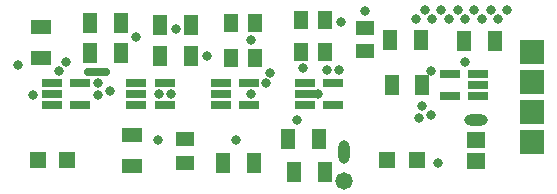
<source format=gts>
G04*
G04 #@! TF.GenerationSoftware,Altium Limited,Altium Designer,21.4.1 (30)*
G04*
G04 Layer_Color=8388736*
%FSLAX25Y25*%
%MOIN*%
G70*
G04*
G04 #@! TF.SameCoordinates,F73752D8-539D-4712-8E9B-D84E481E7292*
G04*
G04*
G04 #@! TF.FilePolarity,Negative*
G04*
G01*
G75*
%ADD23R,0.04737X0.06902*%
%ADD24R,0.06600X0.03000*%
%ADD25R,0.06902X0.04737*%
%ADD26R,0.06115X0.05328*%
%ADD27R,0.05918X0.04737*%
%ADD28R,0.04737X0.05918*%
%ADD29O,0.07800X0.03800*%
%ADD30O,0.03800X0.07800*%
%ADD31O,0.08800X0.02800*%
%ADD32R,0.05524X0.05524*%
%ADD33R,0.07887X0.07887*%
%ADD34C,0.03300*%
%ADD35C,0.05800*%
D23*
X512382Y157500D02*
D03*
X522618D02*
D03*
X622728Y152000D02*
D03*
X612492D02*
D03*
X612937Y137000D02*
D03*
X623173D02*
D03*
X647368Y151601D02*
D03*
X637132D02*
D03*
X535882Y146500D02*
D03*
X546118D02*
D03*
X580394Y108000D02*
D03*
X590630D02*
D03*
X546118Y157000D02*
D03*
X535882D02*
D03*
X522618Y147500D02*
D03*
X512382D02*
D03*
X567118Y111000D02*
D03*
X556882D02*
D03*
X588618Y119000D02*
D03*
X578382D02*
D03*
D24*
X641700Y133300D02*
D03*
Y137000D02*
D03*
Y140700D02*
D03*
X632300D02*
D03*
Y133300D02*
D03*
X499800Y137700D02*
D03*
Y134000D02*
D03*
Y130300D02*
D03*
X509200D02*
D03*
Y137700D02*
D03*
X527900D02*
D03*
Y134000D02*
D03*
Y130300D02*
D03*
X537300D02*
D03*
Y137700D02*
D03*
X584100D02*
D03*
Y134000D02*
D03*
Y130300D02*
D03*
X593500D02*
D03*
Y137700D02*
D03*
X556000D02*
D03*
Y134000D02*
D03*
Y130300D02*
D03*
X565400D02*
D03*
Y137700D02*
D03*
D25*
X526500Y120064D02*
D03*
Y109828D02*
D03*
X496000Y145882D02*
D03*
Y156118D02*
D03*
D26*
X641000Y111555D02*
D03*
Y118445D02*
D03*
D27*
X544054Y118883D02*
D03*
Y111009D02*
D03*
X604000Y155937D02*
D03*
Y148063D02*
D03*
D28*
X590787Y148000D02*
D03*
X582913D02*
D03*
X567287Y146000D02*
D03*
X559413D02*
D03*
X590787Y158500D02*
D03*
X582913D02*
D03*
X559413Y157598D02*
D03*
X567287D02*
D03*
D29*
X641121Y125113D02*
D03*
D30*
X597000Y114500D02*
D03*
D31*
X514728Y141105D02*
D03*
D32*
X495079Y112000D02*
D03*
X504921Y112000D02*
D03*
X621343D02*
D03*
X611500Y112000D02*
D03*
D33*
X659815Y147732D02*
D03*
Y137732D02*
D03*
Y127732D02*
D03*
Y117732D02*
D03*
D34*
X515000Y137500D02*
D03*
X566000Y152000D02*
D03*
X541000Y155500D02*
D03*
X626000Y141500D02*
D03*
X551500Y146500D02*
D03*
X519000Y135000D02*
D03*
X515000Y133500D02*
D03*
X626000Y127000D02*
D03*
X622000Y126000D02*
D03*
X623000Y130000D02*
D03*
X628500Y111000D02*
D03*
X595500Y142000D02*
D03*
X502000Y141500D02*
D03*
X504500Y144500D02*
D03*
X539500Y134000D02*
D03*
X527800Y152855D02*
D03*
X488500Y143500D02*
D03*
X493530Y133470D02*
D03*
X561000Y118500D02*
D03*
X535000D02*
D03*
X621000Y159000D02*
D03*
X624000Y162000D02*
D03*
X629500D02*
D03*
X651500D02*
D03*
X643000Y159000D02*
D03*
X648500D02*
D03*
X626500D02*
D03*
X637500D02*
D03*
X646000Y162000D02*
D03*
X635000D02*
D03*
X632000Y159000D02*
D03*
X640500Y162000D02*
D03*
X588500Y134000D02*
D03*
X604000Y161500D02*
D03*
X591500Y142000D02*
D03*
X596000Y158000D02*
D03*
X637416Y144509D02*
D03*
X581457Y125157D02*
D03*
X583324Y142420D02*
D03*
X571000Y137500D02*
D03*
X566000Y134000D02*
D03*
X572500Y141000D02*
D03*
X535500Y134000D02*
D03*
D35*
X597000Y105000D02*
D03*
M02*

</source>
